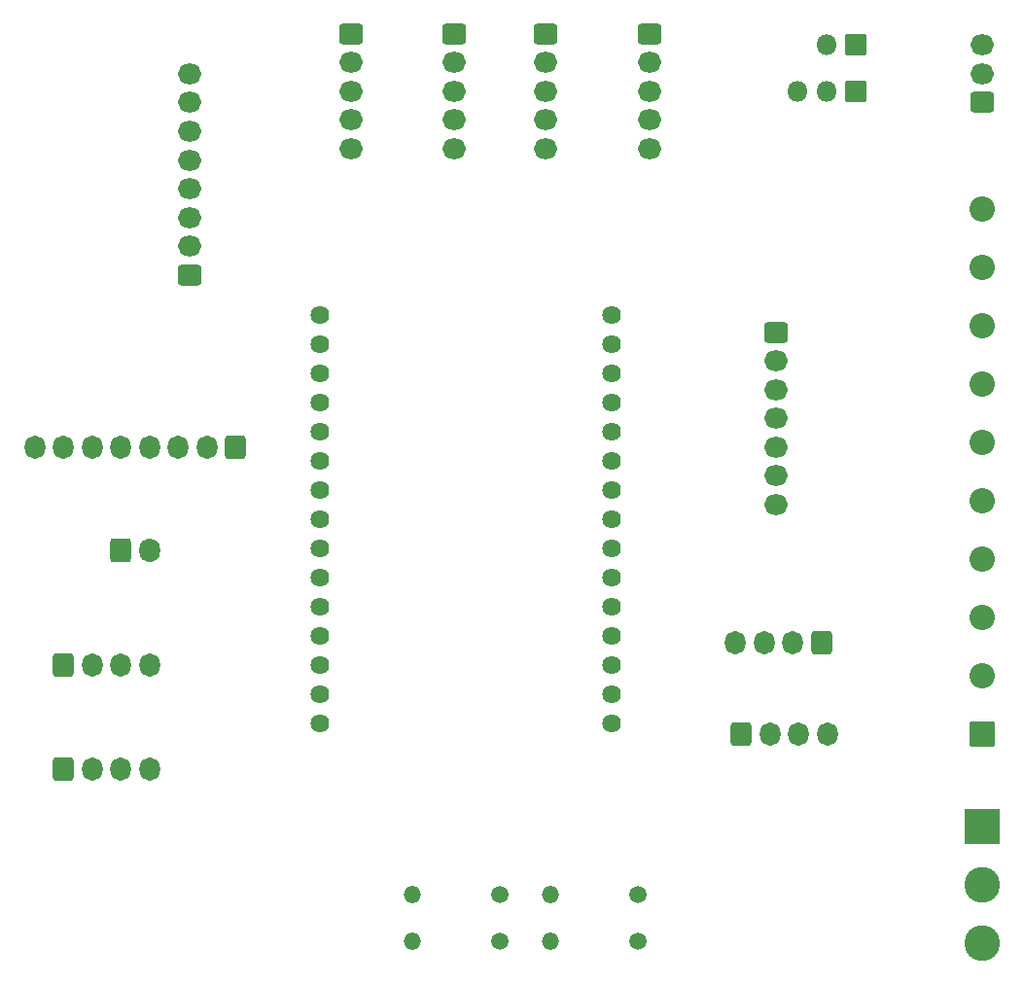
<source format=gts>
G04 #@! TF.GenerationSoftware,KiCad,Pcbnew,(6.0.10)*
G04 #@! TF.CreationDate,2023-01-20T16:50:10+01:00*
G04 #@! TF.ProjectId,greenhouse,67726565-6e68-46f7-9573-652e6b696361,rev?*
G04 #@! TF.SameCoordinates,Original*
G04 #@! TF.FileFunction,Soldermask,Top*
G04 #@! TF.FilePolarity,Negative*
%FSLAX46Y46*%
G04 Gerber Fmt 4.6, Leading zero omitted, Abs format (unit mm)*
G04 Created by KiCad (PCBNEW (6.0.10)) date 2023-01-20 16:50:10*
%MOMM*%
%LPD*%
G01*
G04 APERTURE LIST*
G04 Aperture macros list*
%AMRoundRect*
0 Rectangle with rounded corners*
0 $1 Rounding radius*
0 $2 $3 $4 $5 $6 $7 $8 $9 X,Y pos of 4 corners*
0 Add a 4 corners polygon primitive as box body*
4,1,4,$2,$3,$4,$5,$6,$7,$8,$9,$2,$3,0*
0 Add four circle primitives for the rounded corners*
1,1,$1+$1,$2,$3*
1,1,$1+$1,$4,$5*
1,1,$1+$1,$6,$7*
1,1,$1+$1,$8,$9*
0 Add four rect primitives between the rounded corners*
20,1,$1+$1,$2,$3,$4,$5,0*
20,1,$1+$1,$4,$5,$6,$7,0*
20,1,$1+$1,$6,$7,$8,$9,0*
20,1,$1+$1,$8,$9,$2,$3,0*%
G04 Aperture macros list end*
%ADD10C,1.626000*%
%ADD11O,2.052000X1.802000*%
%ADD12RoundRect,0.301000X-0.725000X0.600000X-0.725000X-0.600000X0.725000X-0.600000X0.725000X0.600000X0*%
%ADD13O,1.802000X2.052000*%
%ADD14RoundRect,0.301000X-0.600000X-0.725000X0.600000X-0.725000X0.600000X0.725000X-0.600000X0.725000X0*%
%ADD15RoundRect,0.301000X0.600000X0.725000X-0.600000X0.725000X-0.600000X-0.725000X0.600000X-0.725000X0*%
%ADD16RoundRect,0.301000X0.725000X-0.600000X0.725000X0.600000X-0.725000X0.600000X-0.725000X-0.600000X0*%
%ADD17O,1.502000X1.502000*%
%ADD18C,1.502000*%
%ADD19O,1.802000X1.802000*%
%ADD20RoundRect,0.051000X-0.850000X0.850000X-0.850000X-0.850000X0.850000X-0.850000X0.850000X0.850000X0*%
%ADD21C,2.202000*%
%ADD22RoundRect,0.051000X1.050000X-1.050000X1.050000X1.050000X-1.050000X1.050000X-1.050000X-1.050000X0*%
%ADD23O,1.802000X2.102000*%
%ADD24RoundRect,0.301000X-0.600000X-0.750000X0.600000X-0.750000X0.600000X0.750000X-0.600000X0.750000X0*%
%ADD25C,3.102000*%
%ADD26RoundRect,0.051000X-1.500000X1.500000X-1.500000X-1.500000X1.500000X-1.500000X1.500000X1.500000X0*%
G04 APERTURE END LIST*
D10*
X131300000Y-84540000D03*
X131300000Y-87080000D03*
X131300000Y-89620000D03*
X131300000Y-92160000D03*
X131300000Y-94700000D03*
X131300000Y-97240000D03*
X131300000Y-99780000D03*
X131300000Y-102320000D03*
X131300000Y-104860000D03*
X131300000Y-107400000D03*
X131300000Y-109940000D03*
X131300000Y-112480000D03*
X131300000Y-115020000D03*
X131300000Y-117560000D03*
X131300000Y-120100000D03*
X156700000Y-120100000D03*
X156700000Y-117560000D03*
X156700000Y-115020000D03*
X156700000Y-112480000D03*
X156700000Y-109940000D03*
X156700000Y-107400000D03*
X156700000Y-104860000D03*
X156700000Y-102320000D03*
X156700000Y-99780000D03*
X156700000Y-97240000D03*
X156700000Y-94700000D03*
X156700000Y-92160000D03*
X156700000Y-89620000D03*
X156700000Y-87080000D03*
X156700000Y-84540000D03*
D11*
X160000000Y-70000000D03*
X160000000Y-67500000D03*
X160000000Y-65000000D03*
X160000000Y-62500000D03*
D12*
X160000000Y-60000000D03*
D13*
X175500000Y-121000000D03*
X173000000Y-121000000D03*
X170500000Y-121000000D03*
D14*
X168000000Y-121000000D03*
D13*
X106500000Y-96000000D03*
X109000000Y-96000000D03*
X111500000Y-96000000D03*
X114000000Y-96000000D03*
X116500000Y-96000000D03*
X119000000Y-96000000D03*
X121500000Y-96000000D03*
D15*
X124000000Y-96000000D03*
D11*
X120000000Y-63500000D03*
X120000000Y-66000000D03*
X120000000Y-68500000D03*
X120000000Y-71000000D03*
X120000000Y-73500000D03*
X120000000Y-76000000D03*
X120000000Y-78500000D03*
D16*
X120000000Y-81000000D03*
D17*
X151380000Y-139000000D03*
D18*
X159000000Y-139000000D03*
D19*
X172920000Y-65000000D03*
X175460000Y-65000000D03*
D20*
X178000000Y-65000000D03*
D11*
X189000000Y-61000000D03*
X189000000Y-63500000D03*
D16*
X189000000Y-66000000D03*
D19*
X175460000Y-61000000D03*
D20*
X178000000Y-61000000D03*
D17*
X139380000Y-139000000D03*
D18*
X147000000Y-139000000D03*
D17*
X139380000Y-135000000D03*
D18*
X147000000Y-135000000D03*
D17*
X151380000Y-135000000D03*
D18*
X159000000Y-135000000D03*
D21*
X189000000Y-75280000D03*
X189000000Y-80360000D03*
X189000000Y-85440000D03*
X189000000Y-90520000D03*
X189000000Y-95600000D03*
X189000000Y-100680000D03*
X189000000Y-105760000D03*
X189000000Y-110840000D03*
X189000000Y-115920000D03*
D22*
X189000000Y-121000000D03*
D11*
X134000000Y-70000000D03*
X134000000Y-67500000D03*
X134000000Y-65000000D03*
X134000000Y-62500000D03*
D12*
X134000000Y-60000000D03*
D11*
X151000000Y-70000000D03*
X151000000Y-67500000D03*
X151000000Y-65000000D03*
X151000000Y-62500000D03*
D12*
X151000000Y-60000000D03*
D13*
X116500000Y-115000000D03*
X114000000Y-115000000D03*
X111500000Y-115000000D03*
D14*
X109000000Y-115000000D03*
D23*
X116500000Y-105000000D03*
D24*
X114000000Y-105000000D03*
D25*
X189000000Y-139160000D03*
X189000000Y-134080000D03*
D26*
X189000000Y-129000000D03*
D11*
X171000000Y-101000000D03*
X171000000Y-98500000D03*
X171000000Y-96000000D03*
X171000000Y-93500000D03*
X171000000Y-91000000D03*
X171000000Y-88500000D03*
D12*
X171000000Y-86000000D03*
D13*
X167500000Y-113000000D03*
X170000000Y-113000000D03*
X172500000Y-113000000D03*
D15*
X175000000Y-113000000D03*
D13*
X116500000Y-124000000D03*
X114000000Y-124000000D03*
X111500000Y-124000000D03*
D14*
X109000000Y-124000000D03*
D11*
X143000000Y-70000000D03*
X143000000Y-67500000D03*
X143000000Y-65000000D03*
X143000000Y-62500000D03*
D12*
X143000000Y-60000000D03*
M02*

</source>
